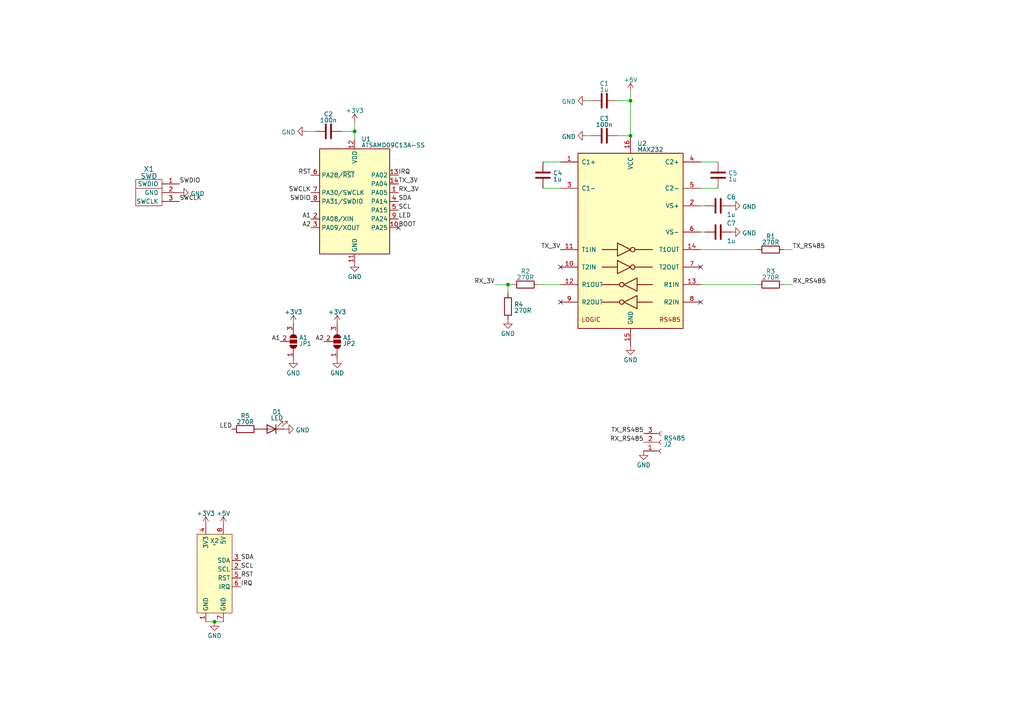
<source format=kicad_sch>
(kicad_sch (version 20220914) (generator eeschema)
  (paper "A4")
  (lib_symbols
    (symbol "Connector:Conn_01x03_Female" (pin_names (offset 1.016) hide)
      (property "Reference" "J" (at 0 5.08 0))
      (property "Value" "Conn_01x03_Female" (at 0 -5.08 0))
      (symbol "Conn_01x03_Female_1_1"
        (arc (start 0 -2.032) (mid -0.508 -2.54) (end 0 -3.048) (stroke (width 0.1524)))
        (polyline (pts (xy -1.27 -2.54) (xy -0.508 -2.54)) (stroke (width 0.1524)))
        (polyline (pts (xy -1.27 0) (xy -0.508 0)) (stroke (width 0.1524)))
        (polyline (pts (xy -1.27 2.54) (xy -0.508 2.54)) (stroke (width 0.1524)))
        (arc (start 0 0.508) (mid -0.508 0) (end 0 -0.508) (stroke (width 0.1524)))
        (arc (start 0 3.048) (mid -0.508 2.54) (end 0 2.032) (stroke (width 0.1524)))
        (pin passive line (at -5.08 2.54 0) (length 3.81) (name "Pin_1") (number "1"))
        (pin passive line (at -5.08 0 0) (length 3.81) (name "Pin_2") (number "2"))
        (pin passive line (at -5.08 -2.54 0) (length 3.81) (name "Pin_3") (number "3"))
      )
    )
    (symbol "Device:C" (pin_numbers hide) (pin_names (offset 0.254))
      (property "Reference" "C" (at 0.635 2.54 0))
      (property "Value" "C" (at 0.635 -2.54 0))
      (symbol "C_0_1"
        (polyline (pts (xy -2.032 -0.762) (xy 2.032 -0.762)) (stroke (width 0.508)))
        (polyline (pts (xy -2.032 0.762) (xy 2.032 0.762)) (stroke (width 0.508)))
      )
      (symbol "C_1_1"
        (pin passive line (at 0 3.81 270) (length 2.794) (name "~") (number "1"))
        (pin passive line (at 0 -3.81 90) (length 2.794) (name "~") (number "2"))
      )
    )
    (symbol "Device:LED" (pin_numbers hide) (pin_names (offset 1.016) hide)
      (property "Reference" "D" (at 0 2.54 0))
      (property "Value" "LED" (at 0 -2.54 0))
      (symbol "LED_0_1"
        (polyline (pts (xy -1.27 -1.27) (xy -1.27 1.27)) (stroke (width 0.254)))
        (polyline (pts (xy -1.27 0) (xy 1.27 0)))
        (polyline (pts (xy 1.27 -1.27) (xy 1.27 1.27) (xy -1.27 0) (xy 1.27 -1.27)) (stroke (width 0.254)))
        (polyline (pts (xy -3.048 -0.762) (xy -4.572 -2.286) (xy -3.81 -2.286) (xy -4.572 -2.286) (xy -4.572 -1.524)))
        (polyline (pts (xy -1.778 -0.762) (xy -3.302 -2.286) (xy -2.54 -2.286) (xy -3.302 -2.286) (xy -3.302 -1.524)))
      )
      (symbol "LED_1_1"
        (pin passive line (at -3.81 0 0) (length 2.54) (name "K") (number "1"))
        (pin passive line (at 3.81 0 180) (length 2.54) (name "A") (number "2"))
      )
    )
    (symbol "Device:R" (pin_numbers hide) (pin_names (offset 0))
      (property "Reference" "R" (at 2.032 0 90))
      (property "Value" "R" (at 0 0 90))
      (symbol "R_0_1"
        (rectangle (start -1.016 -2.54) (end 1.016 2.54) (stroke (width 0.254)))
      )
      (symbol "R_1_1"
        (pin passive line (at 0 3.81 270) (length 1.27) (name "~") (number "1"))
        (pin passive line (at 0 -3.81 90) (length 1.27) (name "~") (number "2"))
      )
    )
    (symbol "Drake:SWD" (pin_names (offset 1.016))
      (property "Reference" "X" (at 0 6.35 0))
      (property "Value" "SWD" (at 0 -6.35 0))
      (symbol "SWD_0_1"
        (polyline (pts (xy 3.81 1.27) (xy -3.81 1.27)))
        (rectangle (start 3.81 3.81) (end -3.81 -3.81))
      )
      (symbol "SWD_1_1"
        (pin bidirectional line (at 8.89 2.54 180) (length 5.08) (name "SWDIO") (number "1"))
        (pin power_in line (at 8.89 0 180) (length 5.08) (name "GND") (number "2"))
        (pin bidirectional line (at 8.89 -2.54 180) (length 5.08) (name "SWCLK") (number "3"))
      )
    )
    (symbol "Interface_UART:MAX232" (pin_names (offset 1.016))
      (property "Reference" "U" (at -2.54 28.575 0))
      (property "Value" "MAX232" (at -2.54 26.67 0))
      (symbol "MAX232_0_0"
        (text "LOGIC" (at -11.43 -22.86 0) (effects (font (size 1.27 1.27))))
        (text "RS485" (at 11.43 -22.86 0) (effects (font (size 1.27 1.27))))
      )
      (symbol "MAX232_0_1"
        (rectangle (start -15.24 -25.4) (end 15.24 25.4) (stroke (width 0.254)) (fill (type background)))
        (circle (center -2.54 -17.78) (radius 0.635) (stroke (width 0.254)))
        (circle (center -2.54 -12.7) (radius 0.635) (stroke (width 0.254)))
        (polyline (pts (xy -3.81 -7.62) (xy -8.255 -7.62)) (stroke (width 0.254)))
        (polyline (pts (xy -3.81 -2.54) (xy -8.255 -2.54)) (stroke (width 0.254)))
        (polyline (pts (xy -3.175 -17.78) (xy -8.255 -17.78)) (stroke (width 0.254)))
        (polyline (pts (xy -3.175 -12.7) (xy -8.255 -12.7)) (stroke (width 0.254)))
        (polyline (pts (xy 1.27 -7.62) (xy 6.35 -7.62)) (stroke (width 0.254)))
        (polyline (pts (xy 1.27 -2.54) (xy 6.35 -2.54)) (stroke (width 0.254)))
        (polyline (pts (xy 1.905 -17.78) (xy 6.35 -17.78)) (stroke (width 0.254)))
        (polyline (pts (xy 1.905 -12.7) (xy 6.35 -12.7)) (stroke (width 0.254)))
        (polyline (pts (xy -3.81 -5.715) (xy -3.81 -9.525) (xy 0 -7.62) (xy -3.81 -5.715)) (stroke (width 0.254)))
        (polyline (pts (xy -3.81 -0.635) (xy -3.81 -4.445) (xy 0 -2.54) (xy -3.81 -0.635)) (stroke (width 0.254)))
        (polyline (pts (xy 1.905 -15.875) (xy 1.905 -19.685) (xy -1.905 -17.78) (xy 1.905 -15.875)) (stroke (width 0.254)))
        (polyline (pts (xy 1.905 -10.795) (xy 1.905 -14.605) (xy -1.905 -12.7) (xy 1.905 -10.795)) (stroke (width 0.254)))
        (circle (center 0.635 -7.62) (radius 0.635) (stroke (width 0.254)))
        (circle (center 0.635 -2.54) (radius 0.635) (stroke (width 0.254)))
      )
      (symbol "MAX232_1_1"
        (pin passive line (at -20.32 22.86 0) (length 5.08) (name "C1+") (number "1"))
        (pin input line (at -20.32 -7.62 0) (length 5.08) (name "T2IN") (number "10"))
        (pin input line (at -20.32 -2.54 0) (length 5.08) (name "T1IN") (number "11"))
        (pin output line (at -20.32 -12.7 0) (length 5.08) (name "R1OUT") (number "12"))
        (pin input line (at 20.32 -12.7 180) (length 5.08) (name "R1IN") (number "13"))
        (pin output line (at 20.32 -2.54 180) (length 5.08) (name "T1OUT") (number "14"))
        (pin power_in line (at 0 -30.48 90) (length 5.08) (name "GND") (number "15"))
        (pin power_in line (at 0 30.48 270) (length 5.08) (name "VCC") (number "16"))
        (pin power_out line (at 20.32 10.16 180) (length 5.08) (name "VS+") (number "2"))
        (pin passive line (at -20.32 15.24 0) (length 5.08) (name "C1-") (number "3"))
        (pin passive line (at 20.32 22.86 180) (length 5.08) (name "C2+") (number "4"))
        (pin passive line (at 20.32 15.24 180) (length 5.08) (name "C2-") (number "5"))
        (pin power_out line (at 20.32 2.54 180) (length 5.08) (name "VS-") (number "6"))
        (pin output line (at 20.32 -7.62 180) (length 5.08) (name "T2OUT") (number "7"))
        (pin input line (at 20.32 -17.78 180) (length 5.08) (name "R2IN") (number "8"))
        (pin output line (at -20.32 -17.78 0) (length 5.08) (name "R2OUT") (number "9"))
      )
    )
    (symbol "Jumper:SolderJumper_3_Open" (pin_names (offset 0) hide)
      (property "Reference" "JP" (at -2.54 -2.54 0))
      (property "Value" "SolderJumper_3_Open" (at 0 2.794 0))
      (symbol "SolderJumper_3_Open_0_1"
        (arc (start -1.016 1.016) (mid -2.032 0) (end -1.016 -1.016))
        (arc (start -1.016 1.016) (mid -2.032 0) (end -1.016 -1.016) (fill (type outline)))
        (rectangle (start -0.508 1.016) (end 0.508 -1.016) (fill (type outline)))
        (polyline (pts (xy -2.54 0) (xy -2.032 0)))
        (polyline (pts (xy -1.016 1.016) (xy -1.016 -1.016)))
        (polyline (pts (xy 0 -1.27) (xy 0 -1.016)))
        (polyline (pts (xy 1.016 1.016) (xy 1.016 -1.016)))
        (polyline (pts (xy 2.54 0) (xy 2.032 0)))
        (arc (start 1.016 -1.016) (mid 2.032 0) (end 1.016 1.016))
        (arc (start 1.016 -1.016) (mid 2.032 0) (end 1.016 1.016) (fill (type outline)))
      )
      (symbol "SolderJumper_3_Open_1_1"
        (pin passive line (at -5.08 0 0) (length 2.54) (name "A") (number "1"))
        (pin passive line (at 0 -3.81 90) (length 2.54) (name "C") (number "2"))
        (pin passive line (at 5.08 0 180) (length 2.54) (name "B") (number "3"))
      )
    )
    (symbol "MCU_Microchip_SAMD:ATSAMD09C13A-SS"
      (property "Reference" "U" (at -10.16 16.51 0))
      (property "Value" "ATSAMD09C13A-SS" (at 1.27 16.51 0))
      (symbol "ATSAMD09C13A-SS_0_1"
        (rectangle (start -10.16 15.24) (end 10.16 -15.24) (stroke (width 0.254)) (fill (type background)))
      )
      (symbol "ATSAMD09C13A-SS_1_1"
        (pin bidirectional line (at 12.7 2.54 180) (length 2.54) (name "PA05") (number "1"))
        (pin bidirectional line (at 12.7 -7.62 180) (length 2.54) (name "PA25") (number "10"))
        (pin power_in line (at 0 -17.78 90) (length 2.54) (name "GND") (number "11"))
        (pin power_in line (at 0 17.78 270) (length 2.54) (name "VDD") (number "12"))
        (pin bidirectional line (at 12.7 7.62 180) (length 2.54) (name "PA02") (number "13"))
        (pin bidirectional line (at 12.7 5.08 180) (length 2.54) (name "PA04") (number "14"))
        (pin bidirectional line (at -12.7 -5.08 0) (length 2.54) (name "PA08/XIN") (number "2"))
        (pin bidirectional line (at -12.7 -7.62 0) (length 2.54) (name "PA09/XOUT") (number "3"))
        (pin bidirectional line (at 12.7 0 180) (length 2.54) (name "PA14") (number "4"))
        (pin bidirectional line (at 12.7 -2.54 180) (length 2.54) (name "PA15") (number "5"))
        (pin bidirectional line (at -12.7 7.62 0) (length 2.54) (name "PA28/~{RST}") (number "6"))
        (pin bidirectional line (at -12.7 2.54 0) (length 2.54) (name "PA30/SWCLK") (number "7"))
        (pin bidirectional line (at -12.7 0 0) (length 2.54) (name "PA31/SWDIO") (number "8"))
        (pin bidirectional line (at 12.7 -5.08 180) (length 2.54) (name "PA24") (number "9"))
      )
    )
    (symbol "power:+3V3" (power) (pin_names (offset 0))
      (property "Value" "+3V3" (at 0 3.556 0))
      (symbol "+3V3_0_1"
        (polyline (pts (xy -0.762 1.27) (xy 0 2.54)))
        (polyline (pts (xy 0 0) (xy 0 2.54)))
        (polyline (pts (xy 0 2.54) (xy 0.762 1.27)))
      )
      (symbol "+3V3_1_1"
        (pin power_in line (at 0 0 90) (length 0) hide (name "+3V3") (number "1"))
      )
    )
    (symbol "power:+5V" (power) (pin_names (offset 0))
      (property "Value" "+5V" (at 0 3.556 0))
      (symbol "+5V_0_1"
        (polyline (pts (xy -0.762 1.27) (xy 0 2.54)))
        (polyline (pts (xy 0 0) (xy 0 2.54)))
        (polyline (pts (xy 0 2.54) (xy 0.762 1.27)))
      )
      (symbol "+5V_1_1"
        (pin power_in line (at 0 0 90) (length 0) hide (name "+5V") (number "1"))
      )
    )
    (symbol "power:GND" (power) (pin_names (offset 0))
      (property "Value" "GND" (at 0 -3.81 0))
      (symbol "GND_0_1"
        (polyline (pts (xy 0 0) (xy 0 -1.27) (xy 1.27 -1.27) (xy 0 -2.54) (xy -1.27 -1.27) (xy 0 -1.27)))
      )
      (symbol "GND_1_1"
        (pin power_in line (at 0 0 270) (length 0) hide (name "GND") (number "1"))
      )
    )
    (symbol "t80:t80-pin-header"
      (property "Reference" "X" (at 7.62 10.16 0))
      (symbol "t80-pin-header_0_0"
        (pin power_out line (at -2.54 -15.24 90) (length 2.54) (name "GND") (number "1"))
        (pin bidirectional line (at 7.62 0 180) (length 2.54) (name "SCL") (number "2"))
        (pin bidirectional line (at 7.62 2.54 180) (length 2.54) (name "SDA") (number "3"))
        (pin power_out line (at -2.54 12.7 270) (length 2.54) (name "3V3") (number "4"))
        (pin bidirectional line (at 7.62 -2.54 180) (length 2.54) (name "RST") (number "5"))
        (pin bidirectional line (at 7.62 -5.08 180) (length 2.54) (name "IRQ") (number "6"))
        (pin power_out line (at 2.54 -15.24 90) (length 2.54) (name "GND") (number "7"))
        (pin power_out line (at 2.54 12.7 270) (length 2.54) (name "5V") (number "8"))
      )
      (symbol "t80-pin-header_0_1"
        (rectangle (start -5.08 10.16) (end 5.08 -12.7) (fill (type background)))
      )
    )
  )
  (junction (at 102.87 38.1))
  (junction (at 62.23 180.34))
  (junction (at 147.32 82.55))
  (junction (at 182.88 39.37))
  (junction (at 182.88 29.21))
  (no_connect (at 203.2 77.47))
  (no_connect (at 203.2 87.63))
  (no_connect (at 115.57 66.04))
  (no_connect (at 162.56 87.63))
  (no_connect (at 162.56 77.47))
  (wire (pts (xy 179.07 39.37) (xy 182.88 39.37)))
  (wire (pts (xy 208.28 46.99) (xy 203.2 46.99)))
  (wire (pts (xy 157.48 46.99) (xy 162.56 46.99)))
  (wire (pts (xy 156.21 82.55) (xy 162.56 82.55)))
  (wire (pts (xy 62.23 180.34) (xy 64.77 180.34)))
  (wire (pts (xy 203.2 59.69) (xy 204.47 59.69)))
  (wire (pts (xy 203.2 67.31) (xy 204.47 67.31)))
  (wire (pts (xy 157.48 54.61) (xy 162.56 54.61)))
  (wire (pts (xy 102.87 35.56) (xy 102.87 38.1)))
  (wire (pts (xy 88.9 38.1) (xy 91.44 38.1)))
  (wire (pts (xy 182.88 26.67) (xy 182.88 29.21)))
  (wire (pts (xy 229.87 82.55) (xy 227.33 82.55)))
  (wire (pts (xy 182.88 29.21) (xy 182.88 39.37)))
  (wire (pts (xy 102.87 38.1) (xy 102.87 40.64)))
  (wire (pts (xy 171.45 39.37) (xy 170.18 39.37)))
  (wire (pts (xy 219.71 82.55) (xy 203.2 82.55)))
  (wire (pts (xy 147.32 82.55) (xy 147.32 85.09)))
  (wire (pts (xy 59.69 180.34) (xy 62.23 180.34)))
  (wire (pts (xy 208.28 54.61) (xy 203.2 54.61)))
  (wire (pts (xy 219.71 72.39) (xy 203.2 72.39)))
  (wire (pts (xy 99.06 38.1) (xy 102.87 38.1)))
  (wire (pts (xy 229.87 72.39) (xy 227.33 72.39)))
  (wire (pts (xy 170.18 29.21) (xy 171.45 29.21)))
  (wire (pts (xy 143.51 82.55) (xy 147.32 82.55)))
  (wire (pts (xy 179.07 29.21) (xy 182.88 29.21)))
  (wire (pts (xy 147.32 82.55) (xy 148.59 82.55)))
  (label "SCL" (at 69.85 165.1 0))
  (label "A1" (at 90.17 63.5 180))
  (label "TX_RS485" (at 229.87 72.39 0))
  (label "SWDIO" (at 90.17 58.42 180))
  (label "SWDIO" (at 52.07 53.34 0))
  (label "IRQ" (at 115.57 50.8 0))
  (label "RX_RS485" (at 186.69 128.27 180))
  (label "TX_3V" (at 162.56 72.39 180))
  (label "TX_RS485" (at 186.69 125.73 180))
  (label "RST" (at 69.85 167.64 0))
  (label "TX_3V" (at 115.57 53.34 0))
  (label "SWCLK" (at 90.17 55.88 180))
  (label "A1" (at 81.28 99.06 180))
  (label "LED" (at 67.31 124.46 180))
  (label "BOOT" (at 115.57 66.04 0))
  (label "LED" (at 115.57 63.5 0))
  (label "RST" (at 90.17 50.8 180))
  (label "A2" (at 90.17 66.04 180))
  (label "A2" (at 93.98 99.06 180))
  (label "IRQ" (at 69.85 170.18 0))
  (label "SCL" (at 115.57 60.96 0))
  (label "RX_3V" (at 115.57 55.88 0))
  (label "RX_3V" (at 143.51 82.55 180))
  (label "SDA" (at 115.57 58.42 0))
  (label "RX_RS485" (at 229.87 82.55 0))
  (label "SWCLK" (at 52.07 58.42 0))
  (label "SDA" (at 69.85 162.56 0))
  (symbol (lib_id "power:GND") (at 182.88 100.33 0) (unit 1)
    (default_instance (reference "#PWR?") (unit 1) (value "GND") (footprint ""))
    (property "Reference" "#PWR010" (effects hide))
    (property "Value" "GND" (at 182.88 104.3861 0))
  )
  (symbol (lib_id "power:GND") (at 85.09 104.14 0) (unit 1)
    (default_instance (reference "#PWR?") (unit 1) (value "GND") (footprint ""))
    (property "Reference" "#PWR0105" (effects hide))
    (property "Value" "GND" (at 85.09 108.1961 0))
  )
  (symbol (lib_id "Device:R") (at 147.32 88.9 180) (unit 1)
    (default_instance (reference "R1") (unit 1) (value "270R") (footprint "Resistor_SMD:R_0805_2012Metric_Pad1.20x1.40mm_HandSolder"))
    (property "Reference" "R4" (at 149.098 88.3055 0) (effects (justify right)))
    (property "Value" "270R" (at 149.098 90.0677 0) (effects (justify right)))
    (property "Footprint" "Resistor_SMD:R_0805_2012Metric_Pad1.20x1.40mm_HandSolder" (effects hide))
  )
  (symbol (lib_id "power:+3V3") (at 97.79 93.98 0) (unit 1)
    (default_instance (reference "#PWR?") (unit 1) (value "+3V3") (footprint ""))
    (property "Reference" "#PWR0108" (effects hide))
    (property "Value" "+3V3" (at 97.79 90.4971 0))
  )
  (symbol (lib_id "power:GND") (at 62.23 180.34 0) (unit 1)
    (default_instance (reference "#PWR?") (unit 1) (value "GND") (footprint ""))
    (property "Reference" "#PWR0103" (effects hide))
    (property "Value" "GND" (at 62.23 184.3961 0))
  )
  (symbol (lib_id "power:GND") (at 170.18 39.37 270) (unit 1)
    (default_instance (reference "#PWR?") (unit 1) (value "GND") (footprint ""))
    (property "Reference" "#PWR04" (effects hide))
    (property "Value" "GND" (at 167.0051 39.6566 90) (effects (justify right)))
  )
  (symbol (lib_id "power:+3V3") (at 59.69 152.4 0) (unit 1)
    (default_instance (reference "#PWR?") (unit 1) (value "+3V3") (footprint ""))
    (property "Reference" "#PWR0110" (effects hide))
    (property "Value" "+3V3" (at 59.69 148.9171 0))
  )
  (symbol (lib_id "MCU_Microchip_SAMD:ATSAMD09C13A-SS") (at 102.87 58.42 0) (unit 1)
    (default_instance (reference "U2") (unit 1) (value "ATSAMD09C13A-SS") (footprint "Package_SO:SOIC-14_3.9x8.7mm_P1.27mm"))
    (property "Reference" "U1" (at 104.8259 40.3479 0) (effects (justify left)))
    (property "Value" "ATSAMD09C13A-SS" (at 104.8259 42.1101 0) (effects (justify left)))
    (property "Footprint" "Package_SO:SOIC-14_3.9x8.7mm_P1.27mm" (effects hide))
    (property "Datasheet" "http://ww1.microchip.com/downloads/en/DeviceDoc/Atmel-42414-SAM-D09_Datasheet.pdf" (effects hide))
  )
  (symbol (lib_id "power:GND") (at 212.09 67.31 90) (unit 1)
    (default_instance (reference "#PWR?") (unit 1) (value "GND") (footprint ""))
    (property "Reference" "#PWR07" (effects hide))
    (property "Value" "GND" (at 215.265 67.5966 90) (effects (justify right)))
  )
  (symbol (lib_id "Device:C") (at 208.28 50.8 0) (unit 1)
    (default_instance (reference "C1") (unit 1) (value "C") (footprint "Capacitor_SMD:C_0805_2012Metric_Pad1.18x1.45mm_HandSolder"))
    (property "Reference" "C5" (at 211.201 50.2055 0) (effects (justify left)))
    (property "Value" "1u" (at 211.201 51.9677 0) (effects (justify left)))
    (property "Footprint" "Capacitor_SMD:C_0805_2012Metric_Pad1.18x1.45mm_HandSolder" (effects hide))
  )
  (symbol (lib_id "power:GND") (at 186.69 130.81 0) (unit 1)
    (default_instance (reference "#PWR?") (unit 1) (value "GND") (footprint ""))
    (property "Reference" "#PWR012" (effects hide))
    (property "Value" "GND" (at 186.69 134.8661 0))
  )
  (symbol (lib_id "power:GND") (at 88.9 38.1 270) (unit 1)
    (default_instance (reference "#PWR?") (unit 1) (value "GND") (footprint ""))
    (property "Reference" "#PWR03" (effects hide))
    (property "Value" "GND" (at 85.7251 38.3866 90) (effects (justify right)))
  )
  (symbol (lib_id "Device:R") (at 152.4 82.55 90) (unit 1)
    (default_instance (reference "R1") (unit 1) (value "270R") (footprint "Resistor_SMD:R_0805_2012Metric_Pad1.20x1.40mm_HandSolder"))
    (property "Reference" "R2" (at 152.4 78.7019 90))
    (property "Value" "270R" (at 152.4 80.4641 90))
    (property "Footprint" "Resistor_SMD:R_0805_2012Metric_Pad1.20x1.40mm_HandSolder" (effects hide))
  )
  (symbol (lib_id "Jumper:SolderJumper_3_Open") (at 97.79 99.06 270) (mirror x) (unit 1)
    (default_instance (reference "JP1") (unit 1) (value "A1") (footprint ""))
    (property "Reference" "JP2" (at 99.441 99.6545 90) (effects (justify left)))
    (property "Value" "A1" (at 99.441 97.8923 90) (effects (justify left)))
    (property "Footprint" "Jumper:SolderJumper-3_P2.0mm_Open_TrianglePad1.0x1.5mm" (effects hide))
  )
  (symbol (lib_id "Device:C") (at 175.26 39.37 90) (unit 1)
    (default_instance (reference "C1") (unit 1) (value "C") (footprint "Capacitor_SMD:C_0805_2012Metric_Pad1.18x1.45mm_HandSolder"))
    (property "Reference" "C3" (at 175.26 34.3789 90))
    (property "Value" "100n" (at 175.26 36.1411 90))
    (property "Footprint" "Capacitor_SMD:C_0805_2012Metric_Pad1.18x1.45mm_HandSolder" (effects hide))
  )
  (symbol (lib_id "Drake:SWD") (at 43.18 55.88 0) (unit 1)
    (default_instance (reference "X3") (unit 1) (value "SWD") (footprint "drake:SWD"))
    (property "Reference" "X1" (at 43.18 49.0271 0) (effects (font (size 1.524 1.524))))
    (property "Value" "SWD" (at 43.18 51.0909 0) (effects (font (size 1.524 1.524))))
    (property "Footprint" "Drake:SWD" (effects hide))
  )
  (symbol (lib_id "power:GND") (at 52.07 55.88 90) (unit 1)
    (default_instance (reference "#PWR?") (unit 1) (value "GND") (footprint ""))
    (property "Reference" "#PWR05" (effects hide))
    (property "Value" "GND" (at 55.245 56.1666 90) (effects (justify right)))
  )
  (symbol (lib_id "Device:R") (at 223.52 82.55 90) (unit 1)
    (default_instance (reference "R1") (unit 1) (value "270R") (footprint "Resistor_SMD:R_0805_2012Metric_Pad1.20x1.40mm_HandSolder"))
    (property "Reference" "R3" (at 223.52 78.7019 90))
    (property "Value" "270R" (at 223.52 80.4641 90))
    (property "Footprint" "Resistor_SMD:R_0805_2012Metric_Pad1.20x1.40mm_HandSolder" (effects hide))
  )
  (symbol (lib_id "power:GND") (at 170.18 29.21 270) (unit 1)
    (default_instance (reference "#PWR?") (unit 1) (value "GND") (footprint ""))
    (property "Reference" "#PWR02" (effects hide))
    (property "Value" "GND" (at 167.0051 29.4966 90) (effects (justify right)))
  )
  (symbol (lib_id "Device:C") (at 208.28 67.31 90) (unit 1)
    (default_instance (reference "C1") (unit 1) (value "C") (footprint "Capacitor_SMD:C_0805_2012Metric_Pad1.18x1.45mm_HandSolder"))
    (property "Reference" "C7" (at 212.09 64.77 90))
    (property "Value" "1u" (at 212.09 69.85 90))
    (property "Footprint" "Capacitor_SMD:C_0805_2012Metric_Pad1.18x1.45mm_HandSolder" (effects hide))
  )
  (symbol (lib_id "power:GND") (at 97.79 104.14 0) (unit 1)
    (default_instance (reference "#PWR?") (unit 1) (value "GND") (footprint ""))
    (property "Reference" "#PWR0107" (effects hide))
    (property "Value" "GND" (at 97.79 108.1961 0))
  )
  (symbol (lib_id "Interface_UART:MAX232") (at 182.88 69.85 0) (unit 1)
    (default_instance (reference "U1") (unit 1) (value "MAX232") (footprint ""))
    (property "Reference" "U2" (at 184.8359 41.6179 0) (effects (justify left)))
    (property "Value" "MAX232" (at 184.8359 43.3801 0) (effects (justify left)))
    (property "Footprint" "Package_SO:SOIC-16W_5.3x10.2mm_P1.27mm" (effects hide))
    (property "Datasheet" "http://www.ti.com/lit/ds/symlink/max232.pdf" (effects hide))
  )
  (symbol (lib_id "power:+3V3") (at 102.87 35.56 0) (unit 1)
    (default_instance (reference "#PWR?") (unit 1) (value "+3V3") (footprint ""))
    (property "Reference" "#PWR0102" (effects hide))
    (property "Value" "+3V3" (at 102.87 32.0771 0))
  )
  (symbol (lib_id "Device:R") (at 71.12 124.46 90) (unit 1)
    (default_instance (reference "R1") (unit 1) (value "270R") (footprint "Resistor_SMD:R_0805_2012Metric_Pad1.20x1.40mm_HandSolder"))
    (property "Reference" "R5" (at 71.12 120.6119 90))
    (property "Value" "270R" (at 71.12 122.3741 90))
    (property "Footprint" "Resistor_SMD:R_0805_2012Metric_Pad1.20x1.40mm_HandSolder" (effects hide))
  )
  (symbol (lib_id "power:+5V") (at 64.77 152.4 0) (unit 1)
    (default_instance (reference "#PWR?") (unit 1) (value "+5V") (footprint ""))
    (property "Reference" "#PWR0101" (effects hide))
    (property "Value" "+5V" (at 64.77 148.9171 0))
  )
  (symbol (lib_id "Device:C") (at 208.28 59.69 90) (unit 1)
    (default_instance (reference "C1") (unit 1) (value "C") (footprint "Capacitor_SMD:C_0805_2012Metric_Pad1.18x1.45mm_HandSolder"))
    (property "Reference" "C6" (at 212.09 57.15 90))
    (property "Value" "1u" (at 212.09 62.23 90))
    (property "Footprint" "Capacitor_SMD:C_0805_2012Metric_Pad1.18x1.45mm_HandSolder" (effects hide))
  )
  (symbol (lib_id "power:GND") (at 102.87 76.2 0) (unit 1)
    (default_instance (reference "#PWR?") (unit 1) (value "GND") (footprint ""))
    (property "Reference" "#PWR08" (effects hide))
    (property "Value" "GND" (at 102.87 80.2561 0))
  )
  (symbol (lib_id "Device:LED") (at 78.74 124.46 180) (unit 1)
    (default_instance (reference "D1") (unit 1) (value "LED") (footprint ""))
    (property "Reference" "D1" (at 80.3275 119.4689 0))
    (property "Value" "LED" (at 80.3275 121.2311 0))
    (property "Footprint" "LED_SMD:LED_0805_2012Metric_Pad1.15x1.40mm_HandSolder" (effects hide))
  )
  (symbol (lib_id "t80:t80-pin-header") (at 62.23 165.1 0) (unit 1)
    (default_instance (reference "X1") (unit 1) (value "~") (footprint ""))
    (property "Reference" "X2" (at 62.23 156.8323 0))
    (property "Value" "~" (at 62.23 157.9595 0))
    (property "Footprint" "Connector_IDC:IDC-Header_2x04_P2.54mm_Vertical" (effects hide))
  )
  (symbol (lib_id "power:+3V3") (at 85.09 93.98 0) (unit 1)
    (default_instance (reference "#PWR?") (unit 1) (value "+3V3") (footprint ""))
    (property "Reference" "#PWR0104" (effects hide))
    (property "Value" "+3V3" (at 85.09 90.4971 0))
  )
  (symbol (lib_id "power:GND") (at 212.09 59.69 90) (unit 1)
    (default_instance (reference "#PWR?") (unit 1) (value "GND") (footprint ""))
    (property "Reference" "#PWR06" (effects hide))
    (property "Value" "GND" (at 215.265 59.9766 90) (effects (justify right)))
  )
  (symbol (lib_id "Device:C") (at 157.48 50.8 0) (unit 1)
    (default_instance (reference "C1") (unit 1) (value "C") (footprint "Capacitor_SMD:C_0805_2012Metric_Pad1.18x1.45mm_HandSolder"))
    (property "Reference" "C4" (at 160.401 50.2055 0) (effects (justify left)))
    (property "Value" "1u" (at 160.401 51.9677 0) (effects (justify left)))
    (property "Footprint" "Capacitor_SMD:C_0805_2012Metric_Pad1.18x1.45mm_HandSolder" (effects hide))
  )
  (symbol (lib_id "Device:C") (at 175.26 29.21 90) (unit 1)
    (default_instance (reference "C1") (unit 1) (value "C") (footprint "Capacitor_SMD:C_0805_2012Metric_Pad1.18x1.45mm_HandSolder"))
    (property "Reference" "C1" (at 175.26 24.2189 90))
    (property "Value" "1u" (at 175.26 25.9811 90))
    (property "Footprint" "Capacitor_SMD:C_0805_2012Metric_Pad1.18x1.45mm_HandSolder" (effects hide))
  )
  (symbol (lib_id "Connector:Conn_01x03_Female") (at 191.77 128.27 0) (mirror x) (unit 1)
    (default_instance (reference "J2") (unit 1) (value "RS485") (footprint ""))
    (property "Reference" "J2" (at 192.4812 128.8645 0) (effects (justify left)))
    (property "Value" "RS485" (at 192.4812 127.1023 0) (effects (justify left)))
    (property "Footprint" "Drake:DG235-3.81-03P" (effects hide))
  )
  (symbol (lib_id "power:GND") (at 147.32 92.71 0) (unit 1)
    (default_instance (reference "#PWR?") (unit 1) (value "GND") (footprint ""))
    (property "Reference" "#PWR09" (effects hide))
    (property "Value" "GND" (at 147.32 96.7661 0))
  )
  (symbol (lib_id "power:GND") (at 82.55 124.46 90) (unit 1)
    (default_instance (reference "#PWR?") (unit 1) (value "GND") (footprint ""))
    (property "Reference" "#PWR011" (effects hide))
    (property "Value" "GND" (at 85.725 124.7466 90) (effects (justify right)))
  )
  (symbol (lib_id "Device:C") (at 95.25 38.1 90) (unit 1)
    (default_instance (reference "C1") (unit 1) (value "C") (footprint "Capacitor_SMD:C_0805_2012Metric_Pad1.18x1.45mm_HandSolder"))
    (property "Reference" "C2" (at 95.25 33.1089 90))
    (property "Value" "100n" (at 95.25 34.8711 90))
    (property "Footprint" "Capacitor_SMD:C_0805_2012Metric_Pad1.18x1.45mm_HandSolder" (effects hide))
  )
  (symbol (lib_id "Jumper:SolderJumper_3_Open") (at 85.09 99.06 270) (mirror x) (unit 1)
    (default_instance (reference "JP1") (unit 1) (value "A1") (footprint ""))
    (property "Reference" "JP1" (at 86.741 99.6545 90) (effects (justify left)))
    (property "Value" "A1" (at 86.741 97.8923 90) (effects (justify left)))
    (property "Footprint" "Jumper:SolderJumper-3_P2.0mm_Open_TrianglePad1.0x1.5mm" (effects hide))
  )
  (symbol (lib_id "power:+5V") (at 182.88 26.67 0) (unit 1)
    (default_instance (reference "#PWR?") (unit 1) (value "+5V") (footprint ""))
    (property "Reference" "#PWR01" (effects hide))
    (property "Value" "+5V" (at 182.88 23.1871 0))
  )
  (symbol (lib_id "Device:R") (at 223.52 72.39 90) (unit 1)
    (default_instance (reference "R1") (unit 1) (value "270R") (footprint "Resistor_SMD:R_0805_2012Metric_Pad1.20x1.40mm_HandSolder"))
    (property "Reference" "R1" (at 223.52 68.5419 90))
    (property "Value" "270R" (at 223.52 70.3041 90))
    (property "Footprint" "Resistor_SMD:R_0805_2012Metric_Pad1.20x1.40mm_HandSolder" (effects hide))
  )
)
</source>
